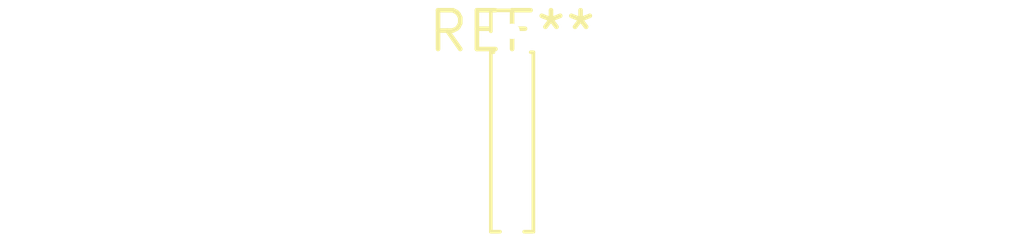
<source format=kicad_pcb>
(kicad_pcb (version 20240108) (generator pcbnew)
  (layers (0 "F.Cu" signal) (31 "B.Cu" signal) (34 "B.Paste" user) (35 "F.Paste" user) (36 "B.SilkS" user "B.Silkscreen") (37 "F.SilkS" user "F.Silkscreen") (38 "B.Mask" user) (39 "F.Mask" user) (44 "Edge.Cuts" user))
  (net 0 "")
  (footprint "PinHeader_1x07_P1.00mm_Vertical" (layer "F.Cu") (at 0 0)
    (property "Reference" "REF**")
    (property "Value" "PinHeader_1x07_P1.00mm_Vertical")
    (fp_line (start -0.695 -0.685) (end 0 -0.685) (layer "F.SilkS") (stroke (width 0.12)))
    (fp_line (start -0.695 0) (end -0.695 -0.685) (layer "F.SilkS") (stroke (width 0.12)))
    (fp_line (start -0.695 0.685) (end -0.695 6.56) (layer "F.SilkS") (stroke (width 0.12)))
    (fp_line (start -0.695 0.685) (end -0.608276 0.685) (layer "F.SilkS") (stroke (width 0.12)))
    (fp_line (start -0.695 6.56) (end -0.394493 6.56) (layer "F.SilkS") (stroke (width 0.12)))
    (fp_line (start 0.394493 6.56) (end 0.695 6.56) (layer "F.SilkS") (stroke (width 0.12)))
    (fp_line (start 0.608276 0.685) (end 0.695 0.685) (layer "F.SilkS") (stroke (width 0.12)))
    (fp_line (start 0.695 0.685) (end 0.695 6.56) (layer "F.SilkS") (stroke (width 0.12)))
    (pad "1" thru_hole rect (at 0 0) (size 0.85 0.85) (drill 0.5) (layers *.Cu *.Mask) (remove_unused_layers))
    (pad "2" thru_hole oval (at 0 1) (size 0.85 0.85) (drill 0.5) (layers *.Cu *.Mask) (remove_unused_layers))
    (pad "3" thru_hole oval (at 0 2) (size 0.85 0.85) (drill 0.5) (layers *.Cu *.Mask) (remove_unused_layers))
    (pad "4" thru_hole oval (at 0 3) (size 0.85 0.85) (drill 0.5) (layers *.Cu *.Mask) (remove_unused_layers))
    (pad "5" thru_hole oval (at 0 4) (size 0.85 0.85) (drill 0.5) (layers *.Cu *.Mask) (remove_unused_layers))
    (pad "6" thru_hole oval (at 0 5) (size 0.85 0.85) (drill 0.5) (layers *.Cu *.Mask) (remove_unused_layers))
    (pad "7" thru_hole oval (at 0 6) (size 0.85 0.85) (drill 0.5) (layers *.Cu *.Mask) (remove_unused_layers))
  )
)
</source>
